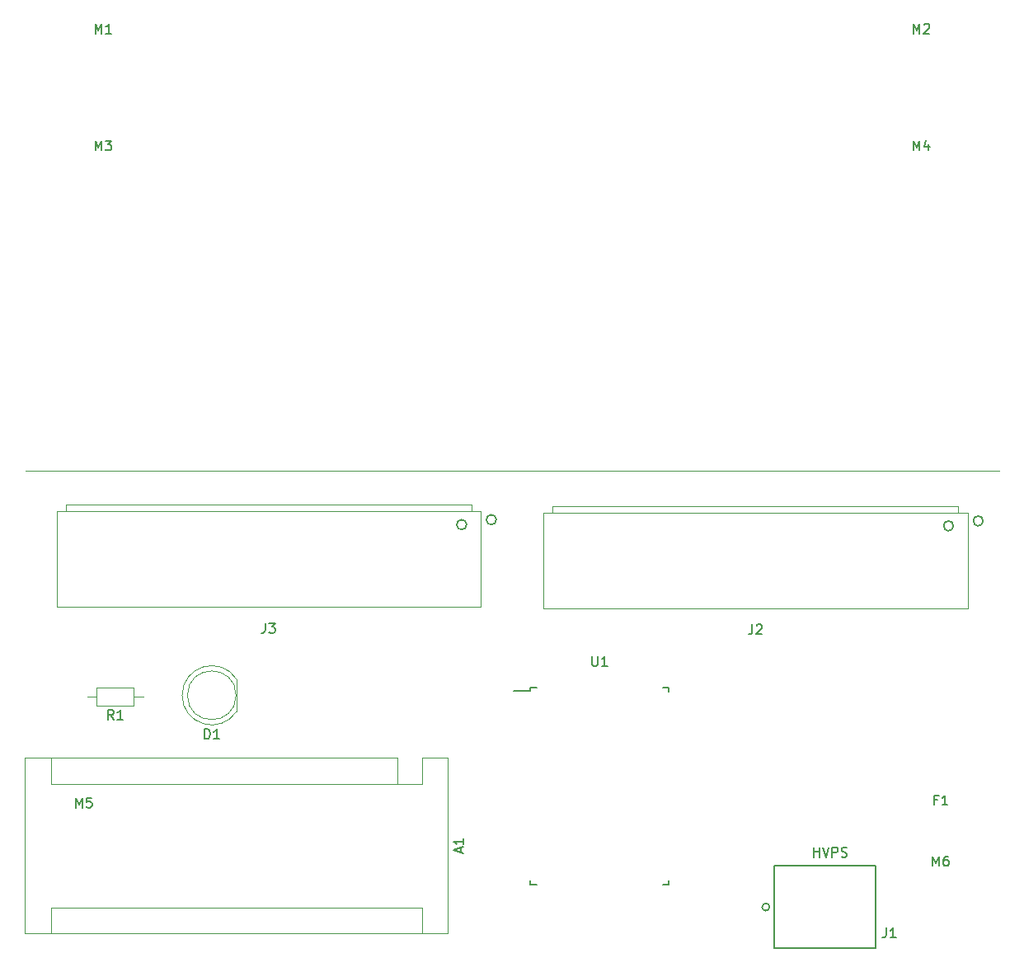
<source format=gbr>
G04 #@! TF.GenerationSoftware,KiCad,Pcbnew,(5.1.5)-3*
G04 #@! TF.CreationDate,2020-07-14T13:35:51-04:00*
G04 #@! TF.ProjectId,dmf_relay_board,646d665f-7265-46c6-9179-5f626f617264,rev?*
G04 #@! TF.SameCoordinates,Original*
G04 #@! TF.FileFunction,Legend,Top*
G04 #@! TF.FilePolarity,Positive*
%FSLAX46Y46*%
G04 Gerber Fmt 4.6, Leading zero omitted, Abs format (unit mm)*
G04 Created by KiCad (PCBNEW (5.1.5)-3) date 2020-07-14 13:35:51*
%MOMM*%
%LPD*%
G04 APERTURE LIST*
%ADD10C,0.120000*%
%ADD11C,0.150000*%
%ADD12C,0.152400*%
G04 APERTURE END LIST*
D10*
X111973500Y-100159540D02*
X211973500Y-100159540D01*
D11*
X163817000Y-122463000D02*
X163817000Y-122813000D01*
X178067000Y-122463000D02*
X178067000Y-122913000D01*
X178067000Y-142713000D02*
X178067000Y-142263000D01*
X163817000Y-142713000D02*
X163817000Y-142263000D01*
X163817000Y-122463000D02*
X164467000Y-122463000D01*
X163817000Y-142713000D02*
X164467000Y-142713000D01*
X178067000Y-142713000D02*
X177417000Y-142713000D01*
X178067000Y-122463000D02*
X177417000Y-122463000D01*
X163817000Y-122813000D02*
X162142000Y-122813000D01*
D10*
X208747500Y-114310500D02*
X208747500Y-104510500D01*
X165197500Y-114310500D02*
X165197500Y-104510500D01*
X165197500Y-114310500D02*
X208747500Y-114310500D01*
X208747500Y-104510500D02*
X165197500Y-104510500D01*
D11*
X210340500Y-105346500D02*
G75*
G03X210340500Y-105346500I-508000J0D01*
G01*
X207292500Y-105854500D02*
G75*
G03X207292500Y-105854500I-508000J0D01*
G01*
D10*
X207800500Y-104510500D02*
X207800500Y-103822500D01*
X207800500Y-103822500D02*
X166144500Y-103822500D01*
X166144500Y-103822500D02*
X166144500Y-104510500D01*
X158748500Y-114183500D02*
X158748500Y-104383500D01*
X115198500Y-114183500D02*
X115198500Y-104383500D01*
X115198500Y-114183500D02*
X158748500Y-114183500D01*
X158748500Y-104383500D02*
X115198500Y-104383500D01*
D11*
X160341500Y-105219500D02*
G75*
G03X160341500Y-105219500I-508000J0D01*
G01*
X157293500Y-105727500D02*
G75*
G03X157293500Y-105727500I-508000J0D01*
G01*
D10*
X157801500Y-104383500D02*
X157801500Y-103695500D01*
X157801500Y-103695500D02*
X116145500Y-103695500D01*
X116145500Y-103695500D02*
X116145500Y-104383500D01*
X150177500Y-132334000D02*
X152717500Y-132334000D01*
X152717500Y-132334000D02*
X152717500Y-129664000D01*
X150177500Y-129664000D02*
X111947500Y-129664000D01*
X155387500Y-129664000D02*
X152717500Y-129664000D01*
X152717500Y-145034000D02*
X152717500Y-147704000D01*
X152717500Y-145034000D02*
X114617500Y-145034000D01*
X114617500Y-145034000D02*
X114617500Y-147704000D01*
X150177500Y-132334000D02*
X150177500Y-129664000D01*
X150177500Y-132334000D02*
X114617500Y-132334000D01*
X114617500Y-132334000D02*
X114617500Y-129664000D01*
X111947500Y-129664000D02*
X111947500Y-147704000D01*
X111947500Y-147704000D02*
X155387500Y-147704000D01*
X155387500Y-147704000D02*
X155387500Y-129664000D01*
X128087501Y-123251542D02*
G75*
G03X133687500Y-124893012I3039999J-1958D01*
G01*
X128087501Y-123255458D02*
G75*
G02X133687500Y-121613988I3039999J1958D01*
G01*
X133627500Y-123253500D02*
G75*
G03X133627500Y-123253500I-2500000J0D01*
G01*
X133687500Y-124893500D02*
X133687500Y-121613500D01*
D12*
X188409580Y-145000980D02*
G75*
G03X188409580Y-145000980I-381000J0D01*
G01*
X188917580Y-140784580D02*
X188917580Y-149217380D01*
X199331580Y-140784580D02*
X188917580Y-140784580D01*
X199331580Y-149217380D02*
X199331580Y-140784580D01*
X188917580Y-149217380D02*
X199331580Y-149217380D01*
D10*
X123141500Y-124300500D02*
X123141500Y-122460500D01*
X123141500Y-122460500D02*
X119301500Y-122460500D01*
X119301500Y-122460500D02*
X119301500Y-124300500D01*
X119301500Y-124300500D02*
X123141500Y-124300500D01*
X124091500Y-123380500D02*
X123141500Y-123380500D01*
X118351500Y-123380500D02*
X119301500Y-123380500D01*
D11*
X203158556Y-67293420D02*
X203158556Y-66293420D01*
X203491889Y-67007706D01*
X203825222Y-66293420D01*
X203825222Y-67293420D01*
X204729984Y-66626754D02*
X204729984Y-67293420D01*
X204491889Y-66245801D02*
X204253794Y-66960087D01*
X204872841Y-66960087D01*
X119166376Y-67293420D02*
X119166376Y-66293420D01*
X119499709Y-67007706D01*
X119833042Y-66293420D01*
X119833042Y-67293420D01*
X120213995Y-66293420D02*
X120833042Y-66293420D01*
X120499709Y-66674373D01*
X120642566Y-66674373D01*
X120737804Y-66721992D01*
X120785423Y-66769611D01*
X120833042Y-66864849D01*
X120833042Y-67102944D01*
X120785423Y-67198182D01*
X120737804Y-67245801D01*
X120642566Y-67293420D01*
X120356852Y-67293420D01*
X120261614Y-67245801D01*
X120213995Y-67198182D01*
X117163976Y-134788380D02*
X117163976Y-133788380D01*
X117497309Y-134502666D01*
X117830642Y-133788380D01*
X117830642Y-134788380D01*
X118783023Y-133788380D02*
X118306833Y-133788380D01*
X118259214Y-134264571D01*
X118306833Y-134216952D01*
X118402071Y-134169333D01*
X118640166Y-134169333D01*
X118735404Y-134216952D01*
X118783023Y-134264571D01*
X118830642Y-134359809D01*
X118830642Y-134597904D01*
X118783023Y-134693142D01*
X118735404Y-134740761D01*
X118640166Y-134788380D01*
X118402071Y-134788380D01*
X118306833Y-134740761D01*
X118259214Y-134693142D01*
X205163976Y-140788380D02*
X205163976Y-139788380D01*
X205497309Y-140502666D01*
X205830642Y-139788380D01*
X205830642Y-140788380D01*
X206735404Y-139788380D02*
X206544928Y-139788380D01*
X206449690Y-139836000D01*
X206402071Y-139883619D01*
X206306833Y-140026476D01*
X206259214Y-140216952D01*
X206259214Y-140597904D01*
X206306833Y-140693142D01*
X206354452Y-140740761D01*
X206449690Y-140788380D01*
X206640166Y-140788380D01*
X206735404Y-140740761D01*
X206783023Y-140693142D01*
X206830642Y-140597904D01*
X206830642Y-140359809D01*
X206783023Y-140264571D01*
X206735404Y-140216952D01*
X206640166Y-140169333D01*
X206449690Y-140169333D01*
X206354452Y-140216952D01*
X206306833Y-140264571D01*
X206259214Y-140359809D01*
X119166376Y-55293420D02*
X119166376Y-54293420D01*
X119499709Y-55007706D01*
X119833042Y-54293420D01*
X119833042Y-55293420D01*
X120833042Y-55293420D02*
X120261614Y-55293420D01*
X120547328Y-55293420D02*
X120547328Y-54293420D01*
X120452090Y-54436278D01*
X120356852Y-54531516D01*
X120261614Y-54579135D01*
X203158556Y-55293420D02*
X203158556Y-54293420D01*
X203491889Y-55007706D01*
X203825222Y-54293420D01*
X203825222Y-55293420D01*
X204253794Y-54388659D02*
X204301413Y-54341040D01*
X204396651Y-54293420D01*
X204634746Y-54293420D01*
X204729984Y-54341040D01*
X204777603Y-54388659D01*
X204825222Y-54483897D01*
X204825222Y-54579135D01*
X204777603Y-54721992D01*
X204206175Y-55293420D01*
X204825222Y-55293420D01*
X170180095Y-119240380D02*
X170180095Y-120049904D01*
X170227714Y-120145142D01*
X170275333Y-120192761D01*
X170370571Y-120240380D01*
X170561047Y-120240380D01*
X170656285Y-120192761D01*
X170703904Y-120145142D01*
X170751523Y-120049904D01*
X170751523Y-119240380D01*
X171751523Y-120240380D02*
X171180095Y-120240380D01*
X171465809Y-120240380D02*
X171465809Y-119240380D01*
X171370571Y-119383238D01*
X171275333Y-119478476D01*
X171180095Y-119526095D01*
X186639166Y-115974880D02*
X186639166Y-116689166D01*
X186591547Y-116832023D01*
X186496309Y-116927261D01*
X186353452Y-116974880D01*
X186258214Y-116974880D01*
X187067738Y-116070119D02*
X187115357Y-116022500D01*
X187210595Y-115974880D01*
X187448690Y-115974880D01*
X187543928Y-116022500D01*
X187591547Y-116070119D01*
X187639166Y-116165357D01*
X187639166Y-116260595D01*
X187591547Y-116403452D01*
X187020119Y-116974880D01*
X187639166Y-116974880D01*
X205640166Y-133988071D02*
X205306833Y-133988071D01*
X205306833Y-134511880D02*
X205306833Y-133511880D01*
X205783023Y-133511880D01*
X206687785Y-134511880D02*
X206116357Y-134511880D01*
X206402071Y-134511880D02*
X206402071Y-133511880D01*
X206306833Y-133654738D01*
X206211595Y-133749976D01*
X206116357Y-133797595D01*
X136640166Y-115847880D02*
X136640166Y-116562166D01*
X136592547Y-116705023D01*
X136497309Y-116800261D01*
X136354452Y-116847880D01*
X136259214Y-116847880D01*
X137021119Y-115847880D02*
X137640166Y-115847880D01*
X137306833Y-116228833D01*
X137449690Y-116228833D01*
X137544928Y-116276452D01*
X137592547Y-116324071D01*
X137640166Y-116419309D01*
X137640166Y-116657404D01*
X137592547Y-116752642D01*
X137544928Y-116800261D01*
X137449690Y-116847880D01*
X137163976Y-116847880D01*
X137068738Y-116800261D01*
X137021119Y-116752642D01*
X156694166Y-139398285D02*
X156694166Y-138922095D01*
X156979880Y-139493523D02*
X155979880Y-139160190D01*
X156979880Y-138826857D01*
X156979880Y-137969714D02*
X156979880Y-138541142D01*
X156979880Y-138255428D02*
X155979880Y-138255428D01*
X156122738Y-138350666D01*
X156217976Y-138445904D01*
X156265595Y-138541142D01*
X130389404Y-127715880D02*
X130389404Y-126715880D01*
X130627500Y-126715880D01*
X130770357Y-126763500D01*
X130865595Y-126858738D01*
X130913214Y-126953976D01*
X130960833Y-127144452D01*
X130960833Y-127287309D01*
X130913214Y-127477785D01*
X130865595Y-127573023D01*
X130770357Y-127668261D01*
X130627500Y-127715880D01*
X130389404Y-127715880D01*
X131913214Y-127715880D02*
X131341785Y-127715880D01*
X131627500Y-127715880D02*
X131627500Y-126715880D01*
X131532261Y-126858738D01*
X131437023Y-126953976D01*
X131341785Y-127001595D01*
X200382546Y-147133060D02*
X200382546Y-147847346D01*
X200334927Y-147990203D01*
X200239689Y-148085441D01*
X200096832Y-148133060D01*
X200001594Y-148133060D01*
X201382546Y-148133060D02*
X200811118Y-148133060D01*
X201096832Y-148133060D02*
X201096832Y-147133060D01*
X201001594Y-147275918D01*
X200906356Y-147371156D01*
X200811118Y-147418775D01*
X192942103Y-139865360D02*
X192942103Y-138865360D01*
X192942103Y-139341551D02*
X193513532Y-139341551D01*
X193513532Y-139865360D02*
X193513532Y-138865360D01*
X193846865Y-138865360D02*
X194180199Y-139865360D01*
X194513532Y-138865360D01*
X194846865Y-139865360D02*
X194846865Y-138865360D01*
X195227818Y-138865360D01*
X195323056Y-138912980D01*
X195370675Y-138960599D01*
X195418294Y-139055837D01*
X195418294Y-139198694D01*
X195370675Y-139293932D01*
X195323056Y-139341551D01*
X195227818Y-139389170D01*
X194846865Y-139389170D01*
X195799246Y-139817741D02*
X195942103Y-139865360D01*
X196180199Y-139865360D01*
X196275437Y-139817741D01*
X196323056Y-139770122D01*
X196370675Y-139674884D01*
X196370675Y-139579646D01*
X196323056Y-139484408D01*
X196275437Y-139436789D01*
X196180199Y-139389170D01*
X195989722Y-139341551D01*
X195894484Y-139293932D01*
X195846865Y-139246313D01*
X195799246Y-139151075D01*
X195799246Y-139055837D01*
X195846865Y-138960599D01*
X195894484Y-138912980D01*
X195989722Y-138865360D01*
X196227818Y-138865360D01*
X196370675Y-138912980D01*
X121054833Y-125752880D02*
X120721500Y-125276690D01*
X120483404Y-125752880D02*
X120483404Y-124752880D01*
X120864357Y-124752880D01*
X120959595Y-124800500D01*
X121007214Y-124848119D01*
X121054833Y-124943357D01*
X121054833Y-125086214D01*
X121007214Y-125181452D01*
X120959595Y-125229071D01*
X120864357Y-125276690D01*
X120483404Y-125276690D01*
X122007214Y-125752880D02*
X121435785Y-125752880D01*
X121721500Y-125752880D02*
X121721500Y-124752880D01*
X121626261Y-124895738D01*
X121531023Y-124990976D01*
X121435785Y-125038595D01*
M02*

</source>
